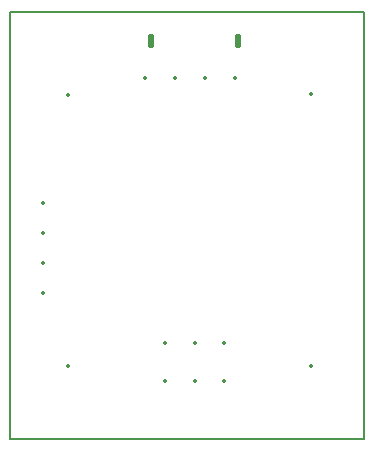
<source format=gbr>
%TF.GenerationSoftware,KiCad,Pcbnew,8.0.5*%
%TF.CreationDate,2024-09-25T16:09:38-04:00*%
%TF.ProjectId,kryptkey,6b727970-746b-4657-992e-6b696361645f,v0.1*%
%TF.SameCoordinates,Original*%
%TF.FileFunction,Profile,NP*%
%FSLAX46Y46*%
G04 Gerber Fmt 4.6, Leading zero omitted, Abs format (unit mm)*
G04 Created by KiCad (PCBNEW 8.0.5) date 2024-09-25 16:09:38*
%MOMM*%
%LPD*%
G01*
G04 APERTURE LIST*
%TA.AperFunction,Profile*%
%ADD10C,0.200000*%
%TD*%
%ADD11C,0.350000*%
%ADD12O,0.500000X1.300000*%
G04 APERTURE END LIST*
D10*
X93124380Y-52454380D02*
X123124380Y-52454380D01*
X123124380Y-88604380D01*
X93124380Y-88604380D01*
X93124380Y-52454380D01*
D11*
X111274380Y-83704380D03*
X108774380Y-83704380D03*
X106274380Y-83704380D03*
X111274380Y-80504380D03*
X108774380Y-80504380D03*
X106274380Y-80504380D03*
X98059380Y-82434380D03*
X98059380Y-59454380D03*
X118589380Y-59404380D03*
X95874380Y-76274380D03*
X95874380Y-73734380D03*
X95874380Y-71194380D03*
X95874380Y-68654380D03*
X118589380Y-82434380D03*
X112124380Y-58054380D03*
X109584380Y-58054380D03*
X107044380Y-58054380D03*
X104504380Y-58054380D03*
D12*
X112424380Y-54891880D03*
X105024380Y-54891880D03*
M02*

</source>
